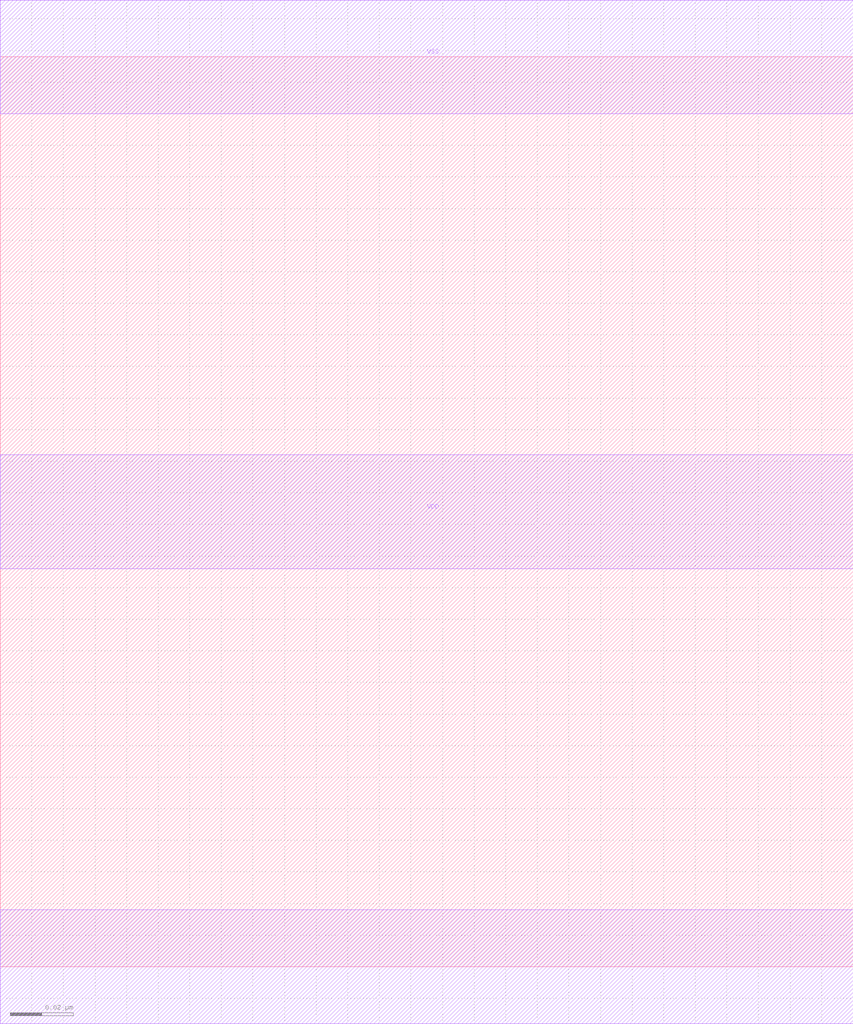
<source format=lef>
VERSION 5.8 ;
BUSBITCHARS "[]" ;
DIVIDERCHAR "/" ;
CLEARANCEMEASURE EUCLIDEAN ;
MACRO POWERTAP_6CPP_VDD_6T_2F_45CPP_24M0P_30M1P_24M2P_2MPO_ET_M0
  CLASS CORE ;
  ORIGIN 0 0 ;
  FOREIGN POWERTAP_6CPP_VDD_6T_2F_45CPP_24M0P_30M1P_24M2P_2MPO_ET_M0 ;
  SIZE 0.270 BY 0.288 ;
  SYMMETRY X Y ;
  SITE coresite ;
  PIN VSS
    DIRECTION INOUT ;
    USE GROUND ;
    SHAPE ABUTMENT ;
    PORT
      LAYER M0 ;
        RECT 0.000 -0.018 0.270 0.018 ;
        RECT 0.000 0.270 0.270 0.306 ;
    END
  END VSS
  PIN VDD
    DIRECTION INOUT ;
    USE POWER ;
    SHAPE ABUTMENT ;
    PORT
      LAYER M0 ;
        RECT 0.000 0.126 0.270 0.162 ;
    END
  END VDD
END POWERTAP_6CPP_VDD_6T_2F_45CPP_24M0P_30M1P_24M2P_2MPO_ET_M0

MACRO POWERTAP_6CPP_VSS_6T_2F_45CPP_24M0P_30M1P_24M2P_2MPO_ET_M0
  CLASS CORE ;
  ORIGIN 0 0 ;
  FOREIGN POWERTAP_6CPP_VSS_6T_2F_45CPP_24M0P_30M1P_24M2P_2MPO_ET_M0 ;
  SIZE 0.270 BY 0.288 ;
  SYMMETRY X Y ;
  SITE coresite ;
  PIN VDD
    DIRECTION INOUT ;
    USE POWER ;
    SHAPE ABUTMENT ;
    PORT
      LAYER M0 ;
        RECT 0.000 -0.018 0.270 0.018 ;
        RECT 0.000 0.270 0.270 0.306 ;
    END
  END VDD
  PIN VSS
    DIRECTION INOUT ;
    USE GROUND ;
    SHAPE ABUTMENT ;
    PORT
      LAYER M0 ;
        RECT 0.000 0.126 0.270 0.162 ;
    END
  END VSS
END POWERTAP_6CPP_VSS_6T_2F_45CPP_24M0P_30M1P_24M2P_2MPO_ET_M0

</source>
